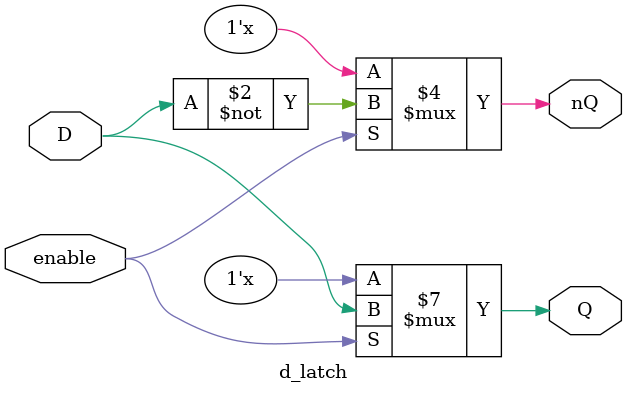
<source format=v>
`timescale 1ns / 1ps

module d_latch
(
 input D,                                                            //??? ??? : D?? enable
 input enable,
 output reg Q ,
 output reg nQ                                                    //??¨ö?? Q
);

always @(D or enable)                                          //D?? enable ????? ??? ?? ????
begin
 if(enable) begin
  Q=D;  
  nQ = ~D;
  end                                                 //enable?? 1?? ???, Q<=D(??¨ö?? ???)
 else begin
  Q=Q;
  nQ = nQ;
end                                                          //enable?? 0?? ??? Q<=Q(????????)

end

endmodule
</source>
